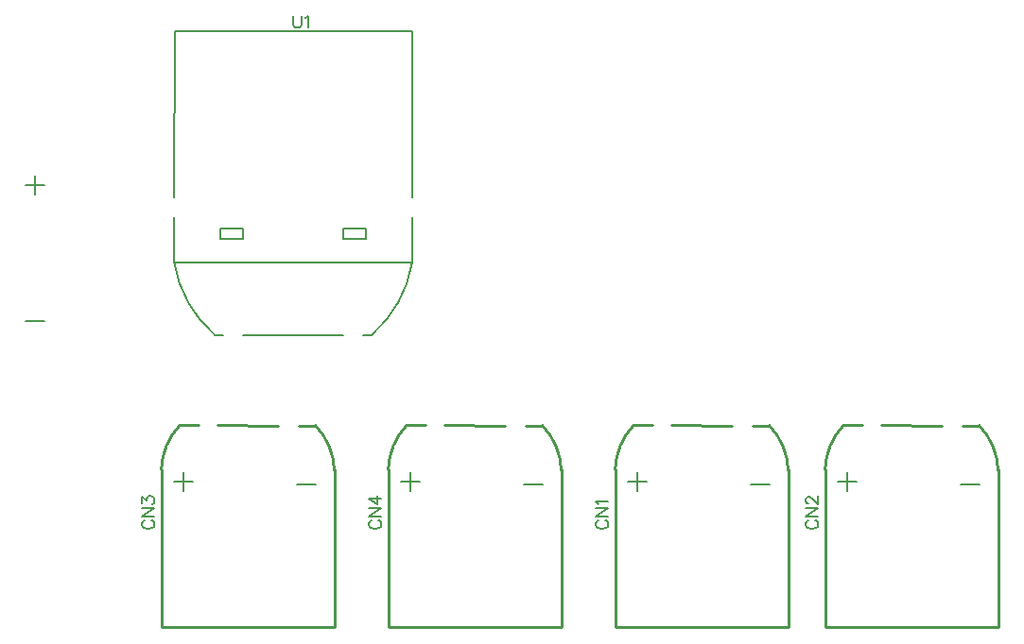
<source format=gto>
G04 Layer: TopSilkscreenLayer*
G04 EasyEDA v6.5.22, 2023-03-20 13:27:50*
G04 0fcd681f2d4240da92ff1f52a303d1ac,10*
G04 Gerber Generator version 0.2*
G04 Scale: 100 percent, Rotated: No, Reflected: No *
G04 Dimensions in millimeters *
G04 leading zeros omitted , absolute positions ,4 integer and 5 decimal *
%FSLAX45Y45*%
%MOMM*%

%ADD10C,0.2032*%
%ADD11C,0.1524*%
%ADD12C,0.2540*%
%ADD13C,0.1270*%

%LPD*%
D10*
X286257Y-1600707D02*
G01*
X286257Y-1766823D01*
X203200Y-1683765D02*
G01*
X369570Y-1683765D01*
X203200Y-2902965D02*
G01*
X369570Y-2902965D01*
D11*
X5336717Y-4687747D02*
G01*
X5326303Y-4693081D01*
X5315889Y-4703495D01*
X5310809Y-4713655D01*
X5310809Y-4734483D01*
X5315889Y-4744897D01*
X5326303Y-4755311D01*
X5336717Y-4760645D01*
X5352465Y-4765725D01*
X5378373Y-4765725D01*
X5393867Y-4760645D01*
X5404281Y-4755311D01*
X5414695Y-4744897D01*
X5419775Y-4734483D01*
X5419775Y-4713655D01*
X5414695Y-4703495D01*
X5404281Y-4693081D01*
X5393867Y-4687747D01*
X5310809Y-4653457D02*
G01*
X5419775Y-4653457D01*
X5310809Y-4653457D02*
G01*
X5419775Y-4580813D01*
X5310809Y-4580813D02*
G01*
X5419775Y-4580813D01*
X5331637Y-4546523D02*
G01*
X5326303Y-4536109D01*
X5310809Y-4520615D01*
X5419775Y-4520615D01*
D10*
X6867204Y-4370638D02*
G01*
X6700834Y-4370638D01*
X5679246Y-4428296D02*
G01*
X5679246Y-4262180D01*
X5762304Y-4345238D02*
G01*
X5595934Y-4345238D01*
D11*
X7216317Y-4687747D02*
G01*
X7205903Y-4693081D01*
X7195489Y-4703495D01*
X7190409Y-4713655D01*
X7190409Y-4734483D01*
X7195489Y-4744897D01*
X7205903Y-4755311D01*
X7216317Y-4760645D01*
X7232065Y-4765725D01*
X7257973Y-4765725D01*
X7273467Y-4760645D01*
X7283881Y-4755311D01*
X7294295Y-4744897D01*
X7299375Y-4734483D01*
X7299375Y-4713655D01*
X7294295Y-4703495D01*
X7283881Y-4693081D01*
X7273467Y-4687747D01*
X7190409Y-4653457D02*
G01*
X7299375Y-4653457D01*
X7190409Y-4653457D02*
G01*
X7299375Y-4580813D01*
X7190409Y-4580813D02*
G01*
X7299375Y-4580813D01*
X7216317Y-4541189D02*
G01*
X7211237Y-4541189D01*
X7200823Y-4536109D01*
X7195489Y-4530775D01*
X7190409Y-4520615D01*
X7190409Y-4499787D01*
X7195489Y-4489373D01*
X7200823Y-4484039D01*
X7211237Y-4478959D01*
X7221651Y-4478959D01*
X7232065Y-4484039D01*
X7247559Y-4494453D01*
X7299375Y-4546523D01*
X7299375Y-4473625D01*
D10*
X8746804Y-4370638D02*
G01*
X8580434Y-4370638D01*
X7558846Y-4428296D02*
G01*
X7558846Y-4262180D01*
X7641904Y-4345238D02*
G01*
X7475534Y-4345238D01*
D11*
X1272717Y-4687747D02*
G01*
X1262303Y-4693081D01*
X1251889Y-4703495D01*
X1246809Y-4713655D01*
X1246809Y-4734483D01*
X1251889Y-4744897D01*
X1262303Y-4755311D01*
X1272717Y-4760645D01*
X1288465Y-4765725D01*
X1314373Y-4765725D01*
X1329867Y-4760645D01*
X1340281Y-4755311D01*
X1350695Y-4744897D01*
X1355775Y-4734483D01*
X1355775Y-4713655D01*
X1350695Y-4703495D01*
X1340281Y-4693081D01*
X1329867Y-4687747D01*
X1246809Y-4653457D02*
G01*
X1355775Y-4653457D01*
X1246809Y-4653457D02*
G01*
X1355775Y-4580813D01*
X1246809Y-4580813D02*
G01*
X1355775Y-4580813D01*
X1246809Y-4536109D02*
G01*
X1246809Y-4478959D01*
X1288465Y-4510201D01*
X1288465Y-4494453D01*
X1293545Y-4484039D01*
X1298625Y-4478959D01*
X1314373Y-4473625D01*
X1324787Y-4473625D01*
X1340281Y-4478959D01*
X1350695Y-4489373D01*
X1355775Y-4504867D01*
X1355775Y-4520615D01*
X1350695Y-4536109D01*
X1345615Y-4541189D01*
X1335201Y-4546523D01*
D10*
X2803204Y-4370638D02*
G01*
X2636834Y-4370638D01*
X1615246Y-4428296D02*
G01*
X1615246Y-4262180D01*
X1698304Y-4345238D02*
G01*
X1531934Y-4345238D01*
D11*
X3304717Y-4687747D02*
G01*
X3294303Y-4693081D01*
X3283889Y-4703495D01*
X3278809Y-4713655D01*
X3278809Y-4734483D01*
X3283889Y-4744897D01*
X3294303Y-4755311D01*
X3304717Y-4760645D01*
X3320465Y-4765725D01*
X3346373Y-4765725D01*
X3361867Y-4760645D01*
X3372281Y-4755311D01*
X3382695Y-4744897D01*
X3387775Y-4734483D01*
X3387775Y-4713655D01*
X3382695Y-4703495D01*
X3372281Y-4693081D01*
X3361867Y-4687747D01*
X3278809Y-4653457D02*
G01*
X3387775Y-4653457D01*
X3278809Y-4653457D02*
G01*
X3387775Y-4580813D01*
X3278809Y-4580813D02*
G01*
X3387775Y-4580813D01*
X3278809Y-4494453D02*
G01*
X3351453Y-4546523D01*
X3351453Y-4468545D01*
X3278809Y-4494453D02*
G01*
X3387775Y-4494453D01*
D10*
X4835204Y-4370638D02*
G01*
X4668834Y-4370638D01*
X3647246Y-4428296D02*
G01*
X3647246Y-4262180D01*
X3730304Y-4345238D02*
G01*
X3563934Y-4345238D01*
D11*
X2599994Y-165366D02*
G01*
X2599994Y-243344D01*
X2605074Y-258838D01*
X2615488Y-269252D01*
X2631236Y-274332D01*
X2641650Y-274332D01*
X2657144Y-269252D01*
X2667558Y-258838D01*
X2672638Y-243344D01*
X2672638Y-165366D01*
X2706928Y-186194D02*
G01*
X2717342Y-180860D01*
X2733090Y-165366D01*
X2733090Y-274332D01*
D12*
X7032602Y-5648545D02*
G01*
X7032602Y-4232005D01*
X5482607Y-5648545D02*
G01*
X5482607Y-4232005D01*
X7032602Y-5648545D02*
G01*
X5482607Y-5648545D01*
X6711962Y-3841076D02*
G01*
X6856963Y-3841838D01*
X5983775Y-3837249D02*
G01*
X6525226Y-3840093D01*
X5651408Y-3835501D02*
G01*
X5813478Y-3836352D01*
X8912202Y-5648545D02*
G01*
X8912202Y-4232005D01*
X7362207Y-5648545D02*
G01*
X7362207Y-4232005D01*
X8912202Y-5648545D02*
G01*
X7362207Y-5648545D01*
X8591562Y-3841076D02*
G01*
X8736563Y-3841838D01*
X7863375Y-3837249D02*
G01*
X8404826Y-3840093D01*
X7531008Y-3835501D02*
G01*
X7693078Y-3836352D01*
X2968602Y-5648545D02*
G01*
X2968602Y-4232005D01*
X1418607Y-5648545D02*
G01*
X1418607Y-4232005D01*
X2968602Y-5648545D02*
G01*
X1418607Y-5648545D01*
X2647962Y-3841076D02*
G01*
X2792963Y-3841838D01*
X1919775Y-3837249D02*
G01*
X2461226Y-3840093D01*
X1587408Y-3835501D02*
G01*
X1749478Y-3836352D01*
X5000602Y-5648545D02*
G01*
X5000602Y-4232005D01*
X3450607Y-5648545D02*
G01*
X3450607Y-4232005D01*
X5000602Y-5648545D02*
G01*
X3450607Y-5648545D01*
X4679962Y-3841076D02*
G01*
X4824963Y-3841838D01*
X3951775Y-3837249D02*
G01*
X4493226Y-3840093D01*
X3619408Y-3835501D02*
G01*
X3781478Y-3836352D01*
D13*
X1534998Y-1794967D02*
G01*
X1544802Y-306171D01*
X3665702Y-306171D01*
X3664991Y-1794967D01*
X1534998Y-1969970D02*
G01*
X1534998Y-2379979D01*
X3664991Y-2379979D01*
X3664991Y-1969970D01*
X1949980Y-2169970D02*
G01*
X1949980Y-2069970D01*
X2150005Y-2069970D01*
X2150005Y-2169970D01*
X1949980Y-2169970D01*
X3049983Y-2169970D02*
G01*
X3049983Y-2069970D01*
X3250008Y-2069970D01*
X3250008Y-2169970D01*
X3049983Y-2169970D01*
X1899993Y-3029968D02*
G01*
X1975002Y-3029968D01*
X2150005Y-3029968D02*
G01*
X3049983Y-3029968D01*
X3224987Y-3029968D02*
G01*
X3299995Y-3029968D01*
D12*
G75*
G01*
X5482905Y-4238305D02*
G02*
X5651409Y-3835502I599829J-14278D01*
G75*
G01*
X7032305Y-4243106D02*
G03*
X6863801Y-3840302I-599829J-14278D01*
G75*
G01*
X7362505Y-4238305D02*
G02*
X7531009Y-3835502I599829J-14278D01*
G75*
G01*
X8911905Y-4243106D02*
G03*
X8743401Y-3840302I-599829J-14278D01*
G75*
G01*
X1418905Y-4238305D02*
G02*
X1587409Y-3835502I599829J-14278D01*
G75*
G01*
X2968305Y-4243106D02*
G03*
X2799801Y-3840302I-599829J-14278D01*
G75*
G01*
X3450905Y-4238305D02*
G02*
X3619409Y-3835502I599829J-14278D01*
G75*
G01*
X5000305Y-4243106D02*
G03*
X4831801Y-3840302I-599829J-14278D01*
D13*
G75*
G01*
X1534998Y-2379980D02*
G03*
X1899996Y-3029966I1075436J176433D01*
G75*
G01*
X3299993Y-3029966D02*
G03*
X3664991Y-2379980I-710437J826419D01*
M02*

</source>
